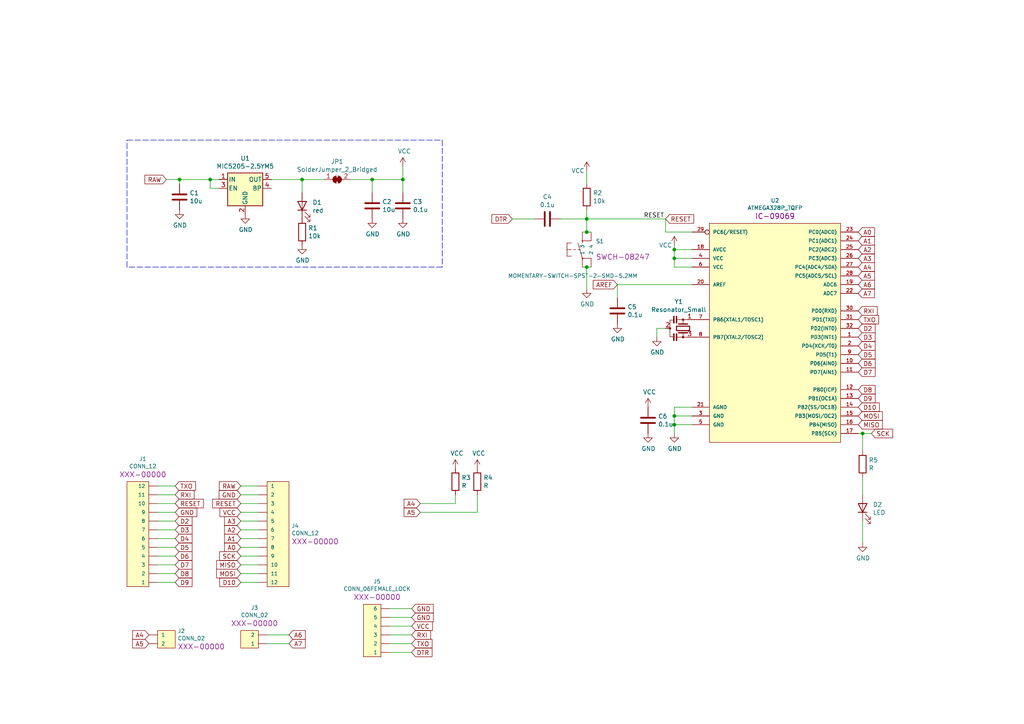
<source format=kicad_sch>
(kicad_sch (version 20211123) (generator eeschema)
  (paper "A4")
  (lib_symbols
    (symbol "Device:C" (pin_numbers hide) (pin_names (offset 0.254))
      (property "Reference" "C" (at 0.635 2.54 0))
      (property "Value" "C" (at 0.635 -2.54 0))
      (symbol "C_0_1"
        (polyline (pts (xy -2.032 -0.762) (xy 2.032 -0.762)) (stroke (width 0.508)))
        (polyline (pts (xy -2.032 0.762) (xy 2.032 0.762)) (stroke (width 0.508)))
      )
      (symbol "C_1_1"
        (pin passive line (at 0 3.81 270) (length 2.794) (name "~") (number "1"))
        (pin passive line (at 0 -3.81 90) (length 2.794) (name "~") (number "2"))
      )
    )
    (symbol "Device:LED" (pin_numbers hide) (pin_names (offset 1.016) hide)
      (property "Reference" "D" (at 0 2.54 0))
      (property "Value" "LED" (at 0 -2.54 0))
      (symbol "LED_0_1"
        (polyline (pts (xy -1.27 -1.27) (xy -1.27 1.27)) (stroke (width 0.254)))
        (polyline (pts (xy -1.27 0) (xy 1.27 0)))
        (polyline (pts (xy 1.27 -1.27) (xy 1.27 1.27) (xy -1.27 0) (xy 1.27 -1.27)) (stroke (width 0.254)))
        (polyline (pts (xy -3.048 -0.762) (xy -4.572 -2.286) (xy -3.81 -2.286) (xy -4.572 -2.286) (xy -4.572 -1.524)))
        (polyline (pts (xy -1.778 -0.762) (xy -3.302 -2.286) (xy -2.54 -2.286) (xy -3.302 -2.286) (xy -3.302 -1.524)))
      )
      (symbol "LED_1_1"
        (pin passive line (at -3.81 0 0) (length 2.54) (name "K") (number "1"))
        (pin passive line (at 3.81 0 180) (length 2.54) (name "A") (number "2"))
      )
    )
    (symbol "Device:R" (pin_numbers hide) (pin_names (offset 0))
      (property "Reference" "R" (at 2.032 0 90))
      (property "Value" "R" (at 0 0 90))
      (symbol "R_0_1"
        (rectangle (start -1.016 -2.54) (end 1.016 2.54) (stroke (width 0.254)))
      )
      (symbol "R_1_1"
        (pin passive line (at 0 3.81 270) (length 1.27) (name "~") (number "1"))
        (pin passive line (at 0 -3.81 90) (length 1.27) (name "~") (number "2"))
      )
    )
    (symbol "Device:Resonator_Small" (pin_names (offset 1.016) hide)
      (property "Reference" "Y" (at 3.175 1.905 0))
      (property "Value" "Resonator_Small" (at 3.175 0 0))
      (symbol "Resonator_Small_0_1"
        (rectangle (start -3.556 -2.54) (end -1.524 -2.794) (fill (type outline)))
        (rectangle (start -3.556 -1.778) (end -1.524 -2.032) (fill (type outline)))
        (circle (center -2.54 0) (radius 0.254) (fill (type outline)))
        (rectangle (start -0.635 1.905) (end 0.635 -1.905) (stroke (width 0.3048)))
        (circle (center 0 -3.81) (radius 0.254) (fill (type outline)))
        (polyline (pts (xy -2.54 -1.778) (xy -2.54 0)))
        (polyline (pts (xy -2.54 0) (xy -1.397 0)))
        (polyline (pts (xy -2.54 1.27) (xy -2.54 0)))
        (polyline (pts (xy -1.27 -1.27) (xy -1.27 1.27)) (stroke (width 0.381)))
        (polyline (pts (xy 1.27 -1.27) (xy 1.27 1.27)) (stroke (width 0.381)))
        (polyline (pts (xy 1.27 0) (xy 2.54 0)))
        (polyline (pts (xy 2.54 0) (xy 2.54 -1.778)))
        (polyline (pts (xy 2.54 1.27) (xy 2.54 0)))
        (polyline (pts (xy 2.413 -2.794) (xy 2.413 -3.81) (xy -2.413 -3.81) (xy -2.413 -2.667)))
        (rectangle (start 1.524 -2.54) (end 3.556 -2.794) (fill (type outline)))
        (rectangle (start 1.524 -1.778) (end 3.556 -2.032) (fill (type outline)))
        (circle (center 2.54 0) (radius 0.254) (fill (type outline)))
      )
      (symbol "Resonator_Small_1_1"
        (pin passive line (at -2.54 2.54 270) (length 1.27) (name "1") (number "1"))
        (pin passive line (at 0 -5.08 90) (length 1.27) (name "2") (number "2"))
        (pin passive line (at 2.54 2.54 270) (length 1.27) (name "3") (number "3"))
      )
    )
    (symbol "Jumper:SolderJumper_2_Bridged" (pin_names (offset 0) hide)
      (property "Reference" "JP" (at 0 2.032 0))
      (property "Value" "SolderJumper_2_Bridged" (at 0 -2.54 0))
      (symbol "SolderJumper_2_Bridged_0_1"
        (rectangle (start -0.508 0.508) (end 0.508 -0.508) (fill (type outline)))
        (arc (start -0.254 1.016) (mid -1.27 0) (end -0.254 -1.016))
        (arc (start -0.254 1.016) (mid -1.27 0) (end -0.254 -1.016) (fill (type outline)))
        (polyline (pts (xy -0.254 1.016) (xy -0.254 -1.016)))
        (polyline (pts (xy 0.254 1.016) (xy 0.254 -1.016)))
        (arc (start 0.254 -1.016) (mid 1.27 0) (end 0.254 1.016))
        (arc (start 0.254 -1.016) (mid 1.27 0) (end 0.254 1.016) (fill (type outline)))
      )
      (symbol "SolderJumper_2_Bridged_1_1"
        (pin passive line (at -3.81 0 0) (length 2.54) (name "A") (number "1"))
        (pin passive line (at 3.81 0 180) (length 2.54) (name "B") (number "2"))
      )
    )
    (symbol "Regulator_Linear:MIC5205-2.5YM5" (pin_names (offset 0.254))
      (property "Reference" "U" (at -3.81 5.715 0))
      (property "Value" "MIC5205-2.5YM5" (at 0 5.715 0))
      (symbol "MIC5205-2.5YM5_0_1"
        (rectangle (start -5.08 4.445) (end 5.08 -5.08) (stroke (width 0.254)) (fill (type background)))
      )
      (symbol "MIC5205-2.5YM5_1_1"
        (pin power_in line (at -7.62 2.54 0) (length 2.54) (name "IN") (number "1"))
        (pin power_in line (at 0 -7.62 90) (length 2.54) (name "GND") (number "2"))
        (pin input line (at -7.62 0 0) (length 2.54) (name "EN") (number "3"))
        (pin input line (at 7.62 0 180) (length 2.54) (name "BP") (number "4"))
        (pin power_out line (at 7.62 2.54 180) (length 2.54) (name "OUT") (number "5"))
      )
    )
    (symbol "mini_pro-rescue:ATMEGA328P_TQFP-SparkFun-IC-Microcontroller" (pin_names (offset 1.016))
      (property "Reference" "U" (at -19.05 33.02 0))
      (property "Value" "ATMEGA328P_TQFP-SparkFun-IC-Microcontroller" (at -19.05 -34.29 0))
      (property "Field4" "IC-09069" (at 0 35.56 0))
      (symbol "ATMEGA328P_TQFP-SparkFun-IC-Microcontroller_1_1"
        (polyline (pts (xy -19.05 31.75) (xy 19.05 31.75) (xy 19.05 -31.75) (xy -19.05 -31.75) (xy -19.05 31.75)) (fill (type background)))
        (pin bidirectional line (at 24.13 -1.27 180) (length 5.08) (name "PD3(INT1)") (number "1"))
        (pin bidirectional line (at 24.13 -8.89 180) (length 5.08) (name "PD6(AIN0)") (number "10"))
        (pin bidirectional line (at 24.13 -11.43 180) (length 5.08) (name "PD7(AIN1)") (number "11"))
        (pin bidirectional line (at 24.13 -16.51 180) (length 5.08) (name "PB0(ICP)") (number "12"))
        (pin bidirectional line (at 24.13 -19.05 180) (length 5.08) (name "PB1(OC1A)") (number "13"))
        (pin bidirectional line (at 24.13 -21.59 180) (length 5.08) (name "PB2(SS/OC1B)") (number "14"))
        (pin bidirectional line (at 24.13 -24.13 180) (length 5.08) (name "PB3(MOSI/OC2)") (number "15"))
        (pin bidirectional line (at 24.13 -26.67 180) (length 5.08) (name "PB4(MISO)") (number "16"))
        (pin bidirectional line (at 24.13 -29.21 180) (length 5.08) (name "PB5(SCK)") (number "17"))
        (pin bidirectional line (at -24.13 24.13 0) (length 5.08) (name "AVCC") (number "18"))
        (pin bidirectional line (at 24.13 13.97 180) (length 5.08) (name "ADC6") (number "19"))
        (pin bidirectional line (at 24.13 -3.81 180) (length 5.08) (name "PD4(XCK/T0)") (number "2"))
        (pin bidirectional line (at -24.13 13.97 0) (length 5.08) (name "AREF") (number "20"))
        (pin bidirectional line (at -24.13 -21.59 0) (length 5.08) (name "AGND") (number "21"))
        (pin bidirectional line (at 24.13 11.43 180) (length 5.08) (name "ADC7") (number "22"))
        (pin bidirectional line (at 24.13 29.21 180) (length 5.08) (name "PC0(ADC0)") (number "23"))
        (pin bidirectional line (at 24.13 26.67 180) (length 5.08) (name "PC1(ADC1)") (number "24"))
        (pin bidirectional line (at 24.13 24.13 180) (length 5.08) (name "PC2(ADC2)") (number "25"))
        (pin bidirectional line (at 24.13 21.59 180) (length 5.08) (name "PC3(ADC3)") (number "26"))
        (pin bidirectional line (at 24.13 19.05 180) (length 5.08) (name "PC4(ADC4/SDA)") (number "27"))
        (pin bidirectional line (at 24.13 16.51 180) (length 5.08) (name "PC5(ADC5/SCL)") (number "28"))
        (pin bidirectional inverted (at -24.13 29.21 0) (length 5.08) (name "PC6(/RESET)") (number "29"))
        (pin bidirectional line (at -24.13 -24.13 0) (length 5.08) (name "GND") (number "3"))
        (pin bidirectional line (at 24.13 6.35 180) (length 5.08) (name "PD0(RXD)") (number "30"))
        (pin bidirectional line (at 24.13 3.81 180) (length 5.08) (name "PD1(TXD)") (number "31"))
        (pin bidirectional line (at 24.13 1.27 180) (length 5.08) (name "PD2(INT0)") (number "32"))
        (pin bidirectional line (at -24.13 21.59 0) (length 5.08) (name "VCC") (number "4"))
        (pin bidirectional line (at -24.13 -26.67 0) (length 5.08) (name "GND") (number "5"))
        (pin bidirectional line (at -24.13 19.05 0) (length 5.08) (name "VCC") (number "6"))
        (pin bidirectional line (at -24.13 3.81 0) (length 5.08) (name "PB6(XTAL1/TOSC1)") (number "7"))
        (pin bidirectional line (at -24.13 -1.27 0) (length 5.08) (name "PB7(XTAL2/TOSC2)") (number "8"))
        (pin bidirectional line (at 24.13 -6.35 180) (length 5.08) (name "PD5(T1)") (number "9"))
      )
    )
    (symbol "mini_pro-rescue:CONN_02-SparkFun-Connectors" (pin_numbers hide) (pin_names (offset 1.016))
      (property "Reference" "J" (at -5.08 5.08 0))
      (property "Value" "CONN_02-SparkFun-Connectors" (at -5.08 -3.81 0))
      (property "Field4" "XXX-00000" (at 0 7.62 0))
      (symbol "CONN_02-SparkFun-Connectors_1_0"
        (rectangle (start 0 -1.27) (end -5.08 3.81) (fill (type background)))
      )
      (symbol "CONN_02-SparkFun-Connectors_1_1"
        (pin passive line (at 2.54 0 180) (length 2.54) (name "1") (number "1"))
        (pin passive line (at 2.54 2.54 180) (length 2.54) (name "2") (number "2"))
      )
    )
    (symbol "mini_pro-rescue:CONN_06FEMALE_LOCK-SparkFun-Connectors" (pin_numbers hide) (pin_names (offset 1.016))
      (property "Reference" "J" (at -5.08 15.24 0))
      (property "Value" "CONN_06FEMALE_LOCK-SparkFun-Connectors" (at -5.08 -3.81 0))
      (property "Field4" "XXX-00000" (at 0 19.05 0))
      (symbol "CONN_06FEMALE_LOCK-SparkFun-Connectors_0_1"
        (rectangle (start 0 -1.27) (end -5.08 13.97) (fill (type background)))
      )
      (symbol "CONN_06FEMALE_LOCK-SparkFun-Connectors_1_1"
        (pin passive line (at 2.54 0 180) (length 2.54) (name "1") (number "1"))
        (pin passive line (at 2.54 2.54 180) (length 2.54) (name "2") (number "2"))
        (pin passive line (at 2.54 5.08 180) (length 2.54) (name "3") (number "3"))
        (pin passive line (at 2.54 7.62 180) (length 2.54) (name "4") (number "4"))
        (pin passive line (at 2.54 10.16 180) (length 2.54) (name "5") (number "5"))
        (pin passive line (at 2.54 12.7 180) (length 2.54) (name "6") (number "6"))
      )
    )
    (symbol "mini_pro-rescue:CONN_12-SparkFun-Connectors" (pin_numbers hide) (pin_names (offset 1.016))
      (property "Reference" "J" (at -6.35 30.48 0))
      (property "Value" "CONN_12-SparkFun-Connectors" (at -6.35 -3.81 0))
      (property "Field4" "XXX-00000" (at 0 34.29 0))
      (symbol "CONN_12-SparkFun-Connectors_0_1"
        (rectangle (start 0 -1.27) (end -6.35 29.21) (fill (type background)))
      )
      (symbol "CONN_12-SparkFun-Connectors_1_1"
        (pin passive line (at 2.54 0 180) (length 2.54) (name "1") (number "1"))
        (pin passive line (at 2.54 22.86 180) (length 2.54) (name "10") (number "10"))
        (pin passive line (at 2.54 25.4 180) (length 2.54) (name "11") (number "11"))
        (pin passive line (at 2.54 27.94 180) (length 2.54) (name "12") (number "12"))
        (pin passive line (at 2.54 2.54 180) (length 2.54) (name "2") (number "2"))
        (pin passive line (at 2.54 5.08 180) (length 2.54) (name "3") (number "3"))
        (pin passive line (at 2.54 7.62 180) (length 2.54) (name "4") (number "4"))
        (pin passive line (at 2.54 10.16 180) (length 2.54) (name "5") (number "5"))
        (pin passive line (at 2.54 12.7 180) (length 2.54) (name "6") (number "6"))
        (pin passive line (at 2.54 15.24 180) (length 2.54) (name "7") (number "7"))
        (pin passive line (at 2.54 17.78 180) (length 2.54) (name "8") (number "8"))
        (pin passive line (at 2.54 20.32 180) (length 2.54) (name "9") (number "9"))
      )
    )
    (symbol "mini_pro-rescue:MOMENTARY-SWITCH-SPST-2-SMD-5.2MM-SparkFun-Switches" (pin_numbers hide) (pin_names (offset 1.016))
      (property "Reference" "S" (at -5.08 1.27 0))
      (property "Value" "MOMENTARY-SWITCH-SPST-2-SMD-5.2MM-SparkFun-Switches" (at -5.08 -5.08 0))
      (property "Field4" "SWCH-08247" (at 0 7.62 0))
      (symbol "MOMENTARY-SWITCH-SPST-2-SMD-5.2MM-SparkFun-Switches_1_0"
        (polyline (pts (xy -2.54 -2.54) (xy -2.54 0)))
        (polyline (pts (xy -2.54 0) (xy 1.905 1.27)))
        (polyline (pts (xy -1.905 4.445) (xy -1.905 3.175)))
        (polyline (pts (xy 0 1.27) (xy 0 0.635)))
        (polyline (pts (xy 0 2.54) (xy 0 1.905)))
        (polyline (pts (xy 0 4.445) (xy -1.905 4.445)))
        (polyline (pts (xy 0 4.445) (xy 0 3.175)))
        (polyline (pts (xy 1.905 0) (xy 2.54 0)))
        (polyline (pts (xy 1.905 4.445) (xy 0 4.445)))
        (polyline (pts (xy 1.905 4.445) (xy 1.905 3.175)))
        (polyline (pts (xy 2.54 -2.54) (xy 2.54 0)))
      )
      (symbol "MOMENTARY-SWITCH-SPST-2-SMD-5.2MM-SparkFun-Switches_1_1"
        (circle (center -2.54 0) (radius 0.127) (fill (type outline)))
        (circle (center 2.54 0) (radius 0.127) (fill (type outline)))
        (pin passive line (at -5.08 0 0) (length 2.54) (name "1") (number "1"))
        (pin passive line (at -5.08 -2.54 0) (length 2.54) (name "2") (number "2"))
        (pin passive line (at 5.08 0 180) (length 2.54) (name "3") (number "3"))
        (pin passive line (at 5.08 -2.54 180) (length 2.54) (name "4") (number "4"))
      )
    )
    (symbol "power:GND" (power) (pin_names (offset 0))
      (property "Value" "GND" (at 0 -3.81 0))
      (symbol "GND_0_1"
        (polyline (pts (xy 0 0) (xy 0 -1.27) (xy 1.27 -1.27) (xy 0 -2.54) (xy -1.27 -1.27) (xy 0 -1.27)))
      )
      (symbol "GND_1_1"
        (pin power_in line (at 0 0 270) (length 0) hide (name "GND") (number "1"))
      )
    )
    (symbol "power:VCC" (power) (pin_names (offset 0))
      (property "Value" "VCC" (at 0 3.81 0))
      (symbol "VCC_0_1"
        (polyline (pts (xy -0.762 1.27) (xy 0 2.54)))
        (polyline (pts (xy 0 0) (xy 0 2.54)))
        (polyline (pts (xy 0 2.54) (xy 0.762 1.27)))
      )
      (symbol "VCC_1_1"
        (pin power_in line (at 0 0 90) (length 0) hide (name "VCC") (number "1"))
      )
    )
  )
  (junction (at 60.96 52.07))
  (junction (at 170.18 67.31))
  (junction (at 195.58 123.19))
  (junction (at 170.18 77.47))
  (junction (at 195.58 72.39))
  (junction (at 107.95 52.07))
  (junction (at 52.07 52.07))
  (junction (at 195.58 74.93))
  (junction (at 250.19 125.73))
  (junction (at 116.84 52.07))
  (junction (at 170.18 63.5))
  (junction (at 195.58 120.65))
  (junction (at 87.63 52.07))
  (wire (pts (xy 69.85 151.13) (xy 74.93 151.13)))
  (wire (pts (xy 200.66 72.39) (xy 195.58 72.39)))
  (wire (pts (xy 78.74 52.07) (xy 87.63 52.07)))
  (wire (pts (xy 193.04 67.31) (xy 193.04 63.5)))
  (wire (pts (xy 193.04 63.5) (xy 170.18 63.5)))
  (polyline (pts (xy 128.27 77.47) (xy 36.83 77.47)))
  (wire (pts (xy 119.38 179.07) (xy 113.03 179.07)))
  (wire (pts (xy 63.5 54.61) (xy 60.96 54.61)))
  (wire (pts (xy 116.84 52.07) (xy 116.84 48.26)))
  (polyline (pts (xy 36.83 77.47) (xy 36.83 40.64)))
  (wire (pts (xy 162.56 63.5) (xy 170.18 63.5)))
  (wire (pts (xy 45.72 146.05) (xy 50.8 146.05)))
  (wire (pts (xy 119.38 189.23) (xy 113.03 189.23)))
  (wire (pts (xy 87.63 52.07) (xy 87.63 55.88)))
  (wire (pts (xy 69.85 140.97) (xy 74.93 140.97)))
  (wire (pts (xy 48.26 52.07) (xy 52.07 52.07)))
  (wire (pts (xy 132.08 146.05) (xy 132.08 143.51)))
  (wire (pts (xy 250.19 125.73) (xy 252.73 125.73)))
  (wire (pts (xy 45.72 140.97) (xy 50.8 140.97)))
  (wire (pts (xy 69.85 156.21) (xy 74.93 156.21)))
  (wire (pts (xy 200.66 67.31) (xy 193.04 67.31)))
  (wire (pts (xy 69.85 161.29) (xy 74.93 161.29)))
  (wire (pts (xy 121.92 148.59) (xy 138.43 148.59)))
  (wire (pts (xy 45.72 166.37) (xy 50.8 166.37)))
  (wire (pts (xy 113.03 176.53) (xy 119.38 176.53)))
  (wire (pts (xy 250.19 151.13) (xy 250.19 157.48)))
  (wire (pts (xy 195.58 72.39) (xy 195.58 71.12)))
  (wire (pts (xy 116.84 55.88) (xy 116.84 52.07)))
  (wire (pts (xy 200.66 74.93) (xy 195.58 74.93)))
  (wire (pts (xy 45.72 156.21) (xy 50.8 156.21)))
  (wire (pts (xy 74.93 143.51) (xy 69.85 143.51)))
  (wire (pts (xy 195.58 123.19) (xy 195.58 125.73)))
  (wire (pts (xy 170.18 63.5) (xy 170.18 60.96)))
  (wire (pts (xy 74.93 148.59) (xy 69.85 148.59)))
  (wire (pts (xy 69.85 146.05) (xy 74.93 146.05)))
  (wire (pts (xy 45.72 161.29) (xy 50.8 161.29)))
  (wire (pts (xy 52.07 52.07) (xy 52.07 53.34)))
  (wire (pts (xy 250.19 130.81) (xy 250.19 125.73)))
  (wire (pts (xy 60.96 54.61) (xy 60.96 52.07)))
  (wire (pts (xy 50.8 168.91) (xy 45.72 168.91)))
  (wire (pts (xy 113.03 181.61) (xy 119.38 181.61)))
  (wire (pts (xy 195.58 118.11) (xy 195.58 120.65)))
  (wire (pts (xy 190.5 95.25) (xy 190.5 97.79)))
  (wire (pts (xy 77.47 184.15) (xy 83.82 184.15)))
  (polyline (pts (xy 36.83 40.64) (xy 128.27 40.64)))
  (wire (pts (xy 250.19 138.43) (xy 250.19 143.51)))
  (wire (pts (xy 200.66 82.55) (xy 179.07 82.55)))
  (wire (pts (xy 50.8 143.51) (xy 45.72 143.51)))
  (wire (pts (xy 200.66 120.65) (xy 195.58 120.65)))
  (wire (pts (xy 60.96 52.07) (xy 63.5 52.07)))
  (wire (pts (xy 170.18 77.47) (xy 168.91 77.47)))
  (wire (pts (xy 200.66 77.47) (xy 195.58 77.47)))
  (wire (pts (xy 74.93 153.67) (xy 69.85 153.67)))
  (wire (pts (xy 107.95 55.88) (xy 107.95 52.07)))
  (wire (pts (xy 170.18 63.5) (xy 170.18 67.31)))
  (wire (pts (xy 179.07 82.55) (xy 179.07 86.36)))
  (wire (pts (xy 121.92 146.05) (xy 132.08 146.05)))
  (wire (pts (xy 60.96 52.07) (xy 52.07 52.07)))
  (wire (pts (xy 107.95 52.07) (xy 116.84 52.07)))
  (wire (pts (xy 200.66 118.11) (xy 195.58 118.11)))
  (wire (pts (xy 93.98 52.07) (xy 87.63 52.07)))
  (wire (pts (xy 171.45 77.47) (xy 170.18 77.47)))
  (polyline (pts (xy 128.27 40.64) (xy 128.27 77.47)))
  (wire (pts (xy 50.8 158.75) (xy 45.72 158.75)))
  (wire (pts (xy 74.93 163.83) (xy 69.85 163.83)))
  (wire (pts (xy 200.66 123.19) (xy 195.58 123.19)))
  (wire (pts (xy 45.72 151.13) (xy 50.8 151.13)))
  (wire (pts (xy 195.58 120.65) (xy 195.58 123.19)))
  (wire (pts (xy 119.38 184.15) (xy 113.03 184.15)))
  (wire (pts (xy 69.85 166.37) (xy 74.93 166.37)))
  (wire (pts (xy 170.18 67.31) (xy 168.91 67.31)))
  (wire (pts (xy 113.03 186.69) (xy 119.38 186.69)))
  (wire (pts (xy 138.43 148.59) (xy 138.43 143.51)))
  (wire (pts (xy 83.82 186.69) (xy 77.47 186.69)))
  (wire (pts (xy 50.8 148.59) (xy 45.72 148.59)))
  (wire (pts (xy 195.58 77.47) (xy 195.58 74.93)))
  (wire (pts (xy 148.59 63.5) (xy 154.94 63.5)))
  (wire (pts (xy 195.58 74.93) (xy 195.58 72.39)))
  (wire (pts (xy 170.18 83.82) (xy 170.18 77.47)))
  (wire (pts (xy 170.18 67.31) (xy 171.45 67.31)))
  (wire (pts (xy 101.6 52.07) (xy 107.95 52.07)))
  (wire (pts (xy 74.93 158.75) (xy 69.85 158.75)))
  (wire (pts (xy 170.18 49.53) (xy 170.18 53.34)))
  (wire (pts (xy 74.93 168.91) (xy 69.85 168.91)))
  (wire (pts (xy 248.92 125.73) (xy 250.19 125.73)))
  (wire (pts (xy 50.8 163.83) (xy 45.72 163.83)))
  (wire (pts (xy 193.04 95.25) (xy 190.5 95.25)))
  (wire (pts (xy 50.8 153.67) (xy 45.72 153.67)))
  (label "RESET" (at 186.69 63.5 0))
  (global_label "SCK" (shape input) (at 69.85 161.29 180) (property "Intersheet References" "${INTERSHEET_REFS}" (effects hide)))
  (global_label "A0" (shape input) (at 69.85 158.75 180) (property "Intersheet References" "${INTERSHEET_REFS}" (effects hide)))
  (global_label "A4" (shape input) (at 248.92 77.47 0) (property "Intersheet References" "${INTERSHEET_REFS}" (effects hide)))
  (global_label "A1" (shape input) (at 69.85 156.21 180) (property "Intersheet References" "${INTERSHEET_REFS}" (effects hide)))
  (global_label "D9" (shape input) (at 248.92 115.57 0) (property "Intersheet References" "${INTERSHEET_REFS}" (effects hide)))
  (global_label "D5" (shape input) (at 50.8 158.75 0) (property "Intersheet References" "${INTERSHEET_REFS}" (effects hide)))
  (global_label "AREF" (shape input) (at 179.07 82.55 180) (property "Intersheet References" "${INTERSHEET_REFS}" (effects hide)))
  (global_label "RXI" (shape input) (at 119.38 184.15 0) (property "Intersheet References" "${INTERSHEET_REFS}" (effects hide)))
  (global_label "D6" (shape input) (at 50.8 161.29 0) (property "Intersheet References" "${INTERSHEET_REFS}" (effects hide)))
  (global_label "GND" (shape input) (at 119.38 179.07 0) (property "Intersheet References" "${INTERSHEET_REFS}" (effects hide)))
  (global_label "TXO" (shape input) (at 248.92 92.71 0) (property "Intersheet References" "${INTERSHEET_REFS}" (effects hide)))
  (global_label "D2" (shape input) (at 248.92 95.25 0) (property "Intersheet References" "${INTERSHEET_REFS}" (effects hide)))
  (global_label "A7" (shape input) (at 248.92 85.09 0) (property "Intersheet References" "${INTERSHEET_REFS}" (effects hide)))
  (global_label "D3" (shape input) (at 248.92 97.79 0) (property "Intersheet References" "${INTERSHEET_REFS}" (effects hide)))
  (global_label "MOSI" (shape input) (at 69.85 166.37 180) (property "Intersheet References" "${INTERSHEET_REFS}" (effects hide)))
  (global_label "A3" (shape input) (at 248.92 74.93 0) (property "Intersheet References" "${INTERSHEET_REFS}" (effects hide)))
  (global_label "RESET" (shape input) (at 50.8 146.05 0) (property "Intersheet References" "${INTERSHEET_REFS}" (effects hide)))
  (global_label "A2" (shape input) (at 69.85 153.67 180) (property "Intersheet References" "${INTERSHEET_REFS}" (effects hide)))
  (global_label "GND" (shape input) (at 69.85 143.51 180) (property "Intersheet References" "${INTERSHEET_REFS}" (effects hide)))
  (global_label "A5" (shape input) (at 121.92 148.59 180) (property "Intersheet References" "${INTERSHEET_REFS}" (effects hide)))
  (global_label "D7" (shape input) (at 248.92 107.95 0) (property "Intersheet References" "${INTERSHEET_REFS}" (effects hide)))
  (global_label "VCC" (shape input) (at 69.85 148.59 180) (property "Intersheet References" "${INTERSHEET_REFS}" (effects hide)))
  (global_label "A0" (shape input) (at 248.92 67.31 0) (property "Intersheet References" "${INTERSHEET_REFS}" (effects hide)))
  (global_label "DTR" (shape input) (at 119.38 189.23 0) (property "Intersheet References" "${INTERSHEET_REFS}" (effects hide)))
  (global_label "D3" (shape input) (at 50.8 153.67 0) (property "Intersheet References" "${INTERSHEET_REFS}" (effects hide)))
  (global_label "RESET" (shape input) (at 69.85 146.05 180) (property "Intersheet References" "${INTERSHEET_REFS}" (effects hide)))
  (global_label "D6" (shape input) (at 248.92 105.41 0) (property "Intersheet References" "${INTERSHEET_REFS}" (effects hide)))
  (global_label "A2" (shape input) (at 248.92 72.39 0) (property "Intersheet References" "${INTERSHEET_REFS}" (effects hide)))
  (global_label "RAW" (shape input) (at 48.26 52.07 180) (property "Intersheet References" "${INTERSHEET_REFS}" (effects hide)))
  (global_label "A5" (shape input) (at 43.18 186.69 180) (property "Intersheet References" "${INTERSHEET_REFS}" (effects hide)))
  (global_label "TXO" (shape input) (at 50.8 140.97 0) (property "Intersheet References" "${INTERSHEET_REFS}" (effects hide)))
  (global_label "D10" (shape input) (at 248.92 118.11 0) (property "Intersheet References" "${INTERSHEET_REFS}" (effects hide)))
  (global_label "DTR" (shape input) (at 148.59 63.5 180) (property "Intersheet References" "${INTERSHEET_REFS}" (effects hide)))
  (global_label "GND" (shape input) (at 50.8 148.59 0) (property "Intersheet References" "${INTERSHEET_REFS}" (effects hide)))
  (global_label "MOSI" (shape input) (at 248.92 120.65 0) (property "Intersheet References" "${INTERSHEET_REFS}" (effects hide)))
  (global_label "D4" (shape input) (at 248.92 100.33 0) (property "Intersheet References" "${INTERSHEET_REFS}" (effects hide)))
  (global_label "SCK" (shape input) (at 252.73 125.73 0) (property "Intersheet References" "${INTERSHEET_REFS}" (effects hide)))
  (global_label "GND" (shape input) (at 119.38 176.53 0) (property "Intersheet References" "${INTERSHEET_REFS}" (effects hide)))
  (global_label "A4" (shape input) (at 43.18 184.15 180) (property "Intersheet References" "${INTERSHEET_REFS}" (effects hide)))
  (global_label "D8" (shape input) (at 50.8 166.37 0) (property "Intersheet References" "${INTERSHEET_REFS}" (effects hide)))
  (global_label "D5" (shape input) (at 248.92 102.87 0) (property "Intersheet References" "${INTERSHEET_REFS}" (effects hide)))
  (global_label "A3" (shape input) (at 69.85 151.13 180) (property "Intersheet References" "${INTERSHEET_REFS}" (effects hide)))
  (global_label "RXI" (shape input) (at 50.8 143.51 0) (property "Intersheet References" "${INTERSHEET_REFS}" (effects hide)))
  (global_label "RESET" (shape input) (at 193.04 63.5 0) (property "Intersheet References" "${INTERSHEET_REFS}" (effects hide)))
  (global_label "D7" (shape input) (at 50.8 163.83 0) (property "Intersheet References" "${INTERSHEET_REFS}" (effects hide)))
  (global_label "D8" (shape input) (at 248.92 113.03 0) (property "Intersheet References" "${INTERSHEET_REFS}" (effects hide)))
  (global_label "D10" (shape input) (at 69.85 168.91 180) (property "Intersheet References" "${INTERSHEET_REFS}" (effects hide)))
  (global_label "D9" (shape input) (at 50.8 168.91 0) (property "Intersheet References" "${INTERSHEET_REFS}" (effects hide)))
  (global_label "A4" (shape input) (at 121.92 146.05 180) (property "Intersheet References" "${INTERSHEET_REFS}" (effects hide)))
  (global_label "A7" (shape input) (at 83.82 186.69 0) (property "Intersheet References" "${INTERSHEET_REFS}" (effects hide)))
  (global_label "MISO" (shape input) (at 248.92 123.19 0) (property "Intersheet References" "${INTERSHEET_REFS}" (effects hide)))
  (global_label "D4" (shape input) (at 50.8 156.21 0) (property "Intersheet References" "${INTERSHEET_REFS}" (effects hide)))
  (global_label "RXI" (shape input) (at 248.92 90.17 0) (property "Intersheet References" "${INTERSHEET_REFS}" (effects hide)))
  (global_label "A6" (shape input) (at 83.82 184.15 0) (property "Intersheet References" "${INTERSHEET_REFS}" (effects hide)))
  (global_label "TXO" (shape input) (at 119.38 186.69 0) (property "Intersheet References" "${INTERSHEET_REFS}" (effects hide)))
  (global_label "D2" (shape input) (at 50.8 151.13 0) (property "Intersheet References" "${INTERSHEET_REFS}" (effects hide)))
  (global_label "MISO" (shape input) (at 69.85 163.83 180) (property "Intersheet References" "${INTERSHEET_REFS}" (effects hide)))
  (global_label "A6" (shape input) (at 248.92 82.55 0) (property "Intersheet References" "${INTERSHEET_REFS}" (effects hide)))
  (global_label "A1" (shape input) (at 248.92 69.85 0) (property "Intersheet References" "${INTERSHEET_REFS}" (effects hide)))
  (global_label "A5" (shape input) (at 248.92 80.01 0) (property "Intersheet References" "${INTERSHEET_REFS}" (effects hide)))
  (global_label "RAW" (shape input) (at 69.85 140.97 180) (property "Intersheet References" "${INTERSHEET_REFS}" (effects hide)))
  (global_label "VCC" (shape input) (at 119.38 181.61 0) (property "Intersheet References" "${INTERSHEET_REFS}" (effects hide)))
  (symbol (lib_id "mini_pro-rescue:CONN_12-SparkFun-Connectors") (at 43.18 168.91 0) (unit 1)
    (property "Reference" "J1" (at 41.4274 133.096 0) (effects (font (size 1.143 1.143))))
    (property "Value" "CONN_12" (at 41.4274 135.2296 0) (effects (font (size 1.143 1.143))))
    (property "Footprint" "Connectors:1X12" (effects hide))
    (property "Field4" "XXX-00000" (at 41.4274 137.6426 0) (effects (font (size 1.524 1.524))))
  )
  (symbol (lib_id "mini_pro-rescue:CONN_12-SparkFun-Connectors") (at 77.47 140.97 180) (unit 1)
    (property "Reference" "J4" (at 84.5312 152.527 0) (effects (font (size 1.143 1.143)) (justify right)))
    (property "Value" "CONN_12" (at 84.5312 154.6606 0) (effects (font (size 1.143 1.143)) (justify right)))
    (property "Footprint" "Connectors:1X12" (effects hide))
    (property "Field4" "XXX-00000" (at 84.5312 157.0736 0) (effects (font (size 1.524 1.524)) (justify right)))
  )
  (symbol (lib_id "mini_pro-rescue:CONN_02-SparkFun-Connectors") (at 45.72 184.15 180) (unit 1)
    (property "Reference" "J2" (at 51.5112 183.007 0) (effects (font (size 1.143 1.143)) (justify right)))
    (property "Value" "CONN_02" (at 51.5112 185.1406 0) (effects (font (size 1.143 1.143)) (justify right)))
    (property "Footprint" "Connectors:1X02" (effects hide))
    (property "Field4" "XXX-00000" (at 51.5112 187.5536 0) (effects (font (size 1.524 1.524)) (justify right)))
  )
  (symbol (lib_id "mini_pro-rescue:CONN_02-SparkFun-Connectors") (at 74.93 186.69 0) (unit 1)
    (property "Reference" "J3" (at 73.8124 176.276 0) (effects (font (size 1.143 1.143))))
    (property "Value" "CONN_02" (at 73.8124 178.4096 0) (effects (font (size 1.143 1.143))))
    (property "Footprint" "Connectors:1X02" (effects hide))
    (property "Field4" "XXX-00000" (at 73.8124 180.8226 0) (effects (font (size 1.524 1.524))))
  )
  (symbol (lib_id "mini_pro-rescue:ATMEGA328P_TQFP-SparkFun-IC-Microcontroller") (at 224.79 96.52 0) (unit 1)
    (property "Reference" "U2" (at 224.79 58.166 0) (effects (font (size 1.143 1.143))))
    (property "Value" "ATMEGA328P_TQFP" (at 224.79 60.2996 0) (effects (font (size 1.143 1.143))))
    (property "Footprint" "Silicon-Standard:TQFP32-08" (effects hide))
    (property "Field4" "IC-09069" (at 224.79 62.7126 0) (effects (font (size 1.524 1.524))))
  )
  (symbol (lib_id "power:GND") (at 195.58 125.73 0) (unit 1)
    (property "Reference" "#PWR014" (effects hide))
    (property "Value" "GND" (at 195.707 130.1242 0))
  )
  (symbol (lib_id "Device:Resonator_Small") (at 198.12 95.25 270) (unit 1)
    (property "Reference" "Y1" (at 196.85 87.503 90))
    (property "Value" "Resonator_Small" (at 196.85 89.8144 90))
    (property "Footprint" "Clocks:RESONATOR-SMD-3.2X1.3" (effects hide))
  )
  (symbol (lib_id "power:GND") (at 190.5 97.79 0) (unit 1)
    (property "Reference" "#PWR012" (effects hide))
    (property "Value" "GND" (at 190.627 102.1842 0))
  )
  (symbol (lib_id "power:GND") (at 187.96 125.73 0) (unit 1)
    (property "Reference" "#PWR011" (effects hide))
    (property "Value" "GND" (at 188.087 130.1242 0))
  )
  (symbol (lib_id "Device:C") (at 187.96 121.92 0) (unit 1)
    (property "Reference" "C6" (at 190.881 120.7516 0) (effects (justify left)))
    (property "Value" "0.1u" (at 190.881 123.063 0) (effects (justify left)))
    (property "Footprint" "LED_SMD:LED_0603_1608Metric" (effects hide))
  )
  (symbol (lib_id "power:VCC") (at 187.96 118.11 0) (unit 1)
    (property "Reference" "#PWR010" (effects hide))
    (property "Value" "VCC" (at 188.3918 113.7158 0))
  )
  (symbol (lib_id "power:GND") (at 179.07 93.98 0) (unit 1)
    (property "Reference" "#PWR09" (effects hide))
    (property "Value" "GND" (at 179.197 98.3742 0))
  )
  (symbol (lib_id "Device:C") (at 179.07 90.17 0) (unit 1)
    (property "Reference" "C5" (at 181.991 89.0016 0) (effects (justify left)))
    (property "Value" "0.1u" (at 181.991 91.313 0) (effects (justify left)))
    (property "Footprint" "LED_SMD:LED_0603_1608Metric" (effects hide))
  )
  (symbol (lib_id "power:VCC") (at 195.58 71.12 0) (unit 1)
    (property "Reference" "#PWR013" (effects hide))
    (property "Value" "VCC" (at 193.04 71.12 0))
  )
  (symbol (lib_id "Device:R") (at 170.18 57.15 0) (unit 1)
    (property "Reference" "R2" (at 171.958 55.9816 0) (effects (justify left)))
    (property "Value" "10k" (at 171.958 58.293 0) (effects (justify left)))
    (property "Footprint" "LED_SMD:LED_0603_1608Metric" (effects hide))
  )
  (symbol (lib_id "mini_pro-rescue:MOMENTARY-SWITCH-SPST-2-SMD-5.2MM-SparkFun-Switches") (at 168.91 72.39 90) (unit 1)
    (property "Reference" "S1" (at 172.7962 69.977 90) (effects (font (size 1.143 1.143)) (justify right)))
    (property "Value" "MOMENTARY-SWITCH-SPST-2-SMD-5.2MM" (at 147.32 80.01 90) (effects (font (size 1.143 1.143)) (justify right)))
    (property "Footprint" "Switches:TACTILE_SWITCH_SMD_5.2MM" (effects hide))
    (property "Field4" "SWCH-08247" (at 172.7962 74.5236 90) (effects (font (size 1.524 1.524)) (justify right)))
  )
  (symbol (lib_id "Device:C") (at 158.75 63.5 270) (unit 1)
    (property "Reference" "C4" (at 158.75 57.0992 90))
    (property "Value" "0.1u" (at 158.75 59.4106 90))
    (property "Footprint" "LED_SMD:LED_0603_1608Metric" (effects hide))
  )
  (symbol (lib_id "power:GND") (at 170.18 83.82 0) (unit 1)
    (property "Reference" "#PWR08" (effects hide))
    (property "Value" "GND" (at 170.307 88.2142 0))
  )
  (symbol (lib_id "power:VCC") (at 170.18 49.53 0) (unit 1)
    (property "Reference" "#PWR07" (effects hide))
    (property "Value" "VCC" (at 167.64 49.53 0))
  )
  (symbol (lib_id "Regulator_Linear:MIC5205-2.5YM5") (at 71.12 54.61 0) (unit 1)
    (property "Reference" "U1" (at 71.12 45.9232 0))
    (property "Value" "MIC5205-2.5YM5" (at 71.12 48.2346 0))
    (property "Footprint" "Package_TO_SOT_SMD:SOT-23-5" (effects hide))
    (property "Datasheet" "http://ww1.microchip.com/downloads/en/DeviceDoc/20005785A.pdf" (effects hide))
  )
  (symbol (lib_id "Device:C") (at 52.07 57.15 0) (unit 1)
    (property "Reference" "C1" (at 54.991 55.9816 0) (effects (justify left)))
    (property "Value" "10u" (at 54.991 58.293 0) (effects (justify left)))
    (property "Footprint" "LED_SMD:LED_1206_3216Metric" (effects hide))
  )
  (symbol (lib_id "power:GND") (at 52.07 60.96 0) (unit 1)
    (property "Reference" "#PWR01" (effects hide))
    (property "Value" "GND" (at 52.197 65.3542 0))
  )
  (symbol (lib_id "power:GND") (at 71.12 62.23 0) (unit 1)
    (property "Reference" "#PWR02" (effects hide))
    (property "Value" "GND" (at 71.247 66.6242 0))
  )
  (symbol (lib_id "power:GND") (at 87.63 71.12 0) (unit 1)
    (property "Reference" "#PWR03" (effects hide))
    (property "Value" "GND" (at 87.757 75.5142 0))
  )
  (symbol (lib_id "Device:R") (at 87.63 67.31 0) (unit 1)
    (property "Reference" "R1" (at 89.408 66.1416 0) (effects (justify left)))
    (property "Value" "10k" (at 89.408 68.453 0) (effects (justify left)))
    (property "Footprint" "LED_SMD:LED_0603_1608Metric" (effects hide))
  )
  (symbol (lib_id "Device:LED") (at 87.63 59.69 90) (unit 1)
    (property "Reference" "D1" (at 90.6272 58.7248 90) (effects (justify right)))
    (property "Value" "red" (at 90.6272 61.0362 90) (effects (justify right)))
    (property "Footprint" "LED_SMD:LED_0603_1608Metric" (effects hide))
  )
  (symbol (lib_id "Jumper:SolderJumper_2_Bridged") (at 97.79 52.07 0) (unit 1)
    (property "Reference" "JP1" (at 97.79 46.863 0))
    (property "Value" "SolderJumper_2_Bridged" (at 97.79 49.1744 0))
    (property "Footprint" "Jumper:SolderJumper-2_P1.3mm_Bridged2Bar_Pad1.0x1.5mm" (effects hide))
  )
  (symbol (lib_id "Device:C") (at 107.95 59.69 0) (unit 1)
    (property "Reference" "C2" (at 110.871 58.5216 0) (effects (justify left)))
    (property "Value" "10u" (at 110.871 60.833 0) (effects (justify left)))
    (property "Footprint" "LED_SMD:LED_1206_3216Metric" (effects hide))
  )
  (symbol (lib_id "Device:C") (at 116.84 59.69 0) (unit 1)
    (property "Reference" "C3" (at 119.761 58.5216 0) (effects (justify left)))
    (property "Value" "0.1u" (at 119.761 60.833 0) (effects (justify left)))
    (property "Footprint" "LED_SMD:LED_0603_1608Metric" (effects hide))
  )
  (symbol (lib_id "power:VCC") (at 116.84 48.26 0) (unit 1)
    (property "Reference" "#PWR05" (effects hide))
    (property "Value" "VCC" (at 117.2718 43.8658 0))
  )
  (symbol (lib_id "power:GND") (at 107.95 63.5 0) (unit 1)
    (property "Reference" "#PWR04" (effects hide))
    (property "Value" "GND" (at 108.077 67.8942 0))
  )
  (symbol (lib_id "power:GND") (at 116.84 63.5 0) (unit 1)
    (property "Reference" "#PWR06" (effects hide))
    (property "Value" "GND" (at 116.967 67.8942 0))
  )
  (symbol (lib_id "mini_pro-rescue:CONN_06FEMALE_LOCK-SparkFun-Connectors") (at 110.49 189.23 0) (unit 1)
    (property "Reference" "J5" (at 109.3724 168.656 0) (effects (font (size 1.143 1.143))))
    (property "Value" "CONN_06FEMALE_LOCK" (at 109.3724 170.7896 0) (effects (font (size 1.143 1.143))))
    (property "Footprint" "Connectors:1X06_FEMALE_LOCK.010" (effects hide))
    (property "Field4" "XXX-00000" (at 109.3724 173.2026 0) (effects (font (size 1.524 1.524))))
  )
  (symbol (lib_id "Device:R") (at 132.08 139.7 0) (unit 1)
    (property "Reference" "R3" (at 133.858 138.5316 0) (effects (justify left)))
    (property "Value" "R" (at 133.858 140.843 0) (effects (justify left)))
    (property "Footprint" "LED_SMD:LED_0603_1608Metric" (effects hide))
  )
  (symbol (lib_id "Device:R") (at 138.43 139.7 0) (unit 1)
    (property "Reference" "R4" (at 140.208 138.5316 0) (effects (justify left)))
    (property "Value" "R" (at 140.208 140.843 0) (effects (justify left)))
    (property "Footprint" "LED_SMD:LED_0603_1608Metric" (effects hide))
  )
  (symbol (lib_id "power:VCC") (at 132.08 135.89 0) (unit 1)
    (property "Reference" "#PWR0101" (effects hide))
    (property "Value" "VCC" (at 132.5118 131.4958 0))
  )
  (symbol (lib_id "power:VCC") (at 138.43 135.89 0) (unit 1)
    (property "Reference" "#PWR0102" (effects hide))
    (property "Value" "VCC" (at 138.8618 131.4958 0))
  )
  (symbol (lib_id "Device:R") (at 250.19 134.62 0) (unit 1)
    (property "Reference" "R5" (at 251.968 133.4516 0) (effects (justify left)))
    (property "Value" "R" (at 251.968 135.763 0) (effects (justify left)))
    (property "Footprint" "LED_SMD:LED_0603_1608Metric" (effects hide))
  )
  (symbol (lib_id "Device:LED") (at 250.19 147.32 90) (unit 1)
    (property "Reference" "D2" (at 253.1618 146.3548 90) (effects (justify right)))
    (property "Value" "LED" (at 253.1618 148.6662 90) (effects (justify right)))
    (property "Footprint" "LED_SMD:LED_0603_1608Metric" (effects hide))
  )
  (symbol (lib_id "power:GND") (at 250.19 157.48 0) (unit 1)
    (property "Reference" "#PWR0103" (effects hide))
    (property "Value" "GND" (at 250.317 161.8742 0))
  )
)
</source>
